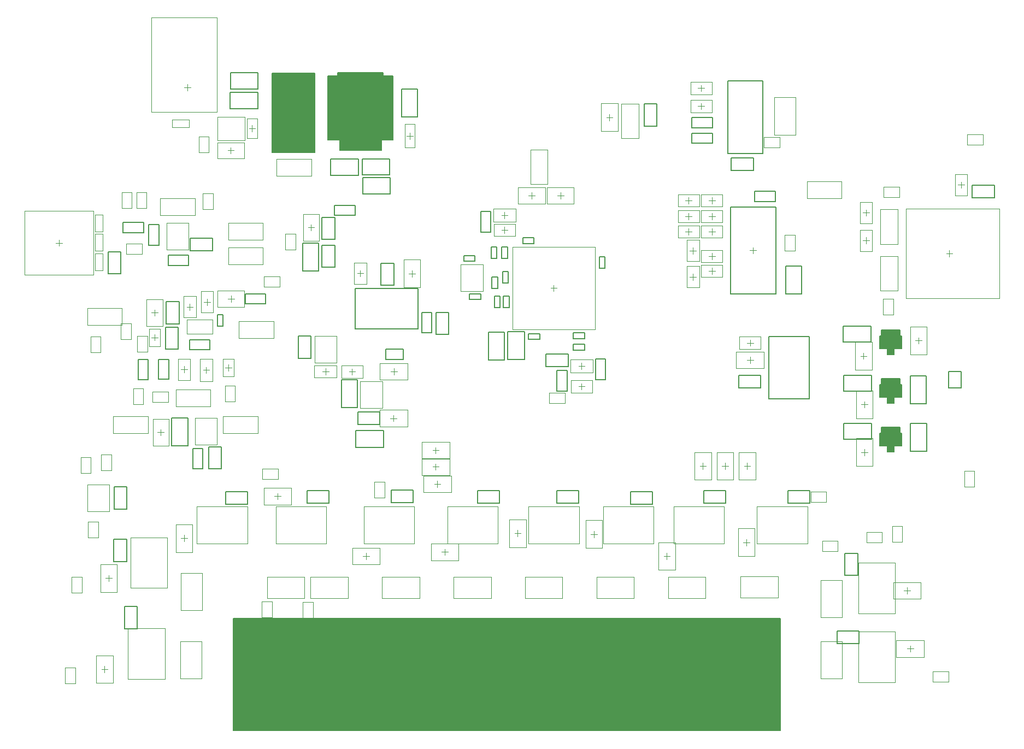
<source format=gbr>
%TF.GenerationSoftware,Altium Limited,Altium Designer,20.2.5 (213)*%
G04 Layer_Color=32768*
%FSLAX26Y26*%
%MOIN*%
%TF.SameCoordinates,271AC680-9A3E-4A00-A3D7-6C105C8C782D*%
%TF.FilePolarity,Positive*%
%TF.FileFunction,Other,Top_Courtyard*%
%TF.Part,Single*%
G01*
G75*
%TA.AperFunction,NonConductor*%
%ADD88C,0.007874*%
%ADD99C,0.003937*%
%ADD103C,0.006000*%
%ADD142C,0.001968*%
G36*
X5540159Y1454094D02*
X2205199D01*
Y769921D01*
X5540159D01*
Y1454094D01*
D02*
G37*
G36*
X2443307Y4782500D02*
X2703307D01*
Y4297500D01*
X2443307D01*
Y4782500D01*
D02*
G37*
G36*
X2783218Y4375125D02*
Y4765125D01*
X2842718D01*
Y4786125D01*
X3118718D01*
Y4765125D01*
X3178218D01*
Y4375125D01*
X3107218D01*
Y4311125D01*
X2854218D01*
Y4375125D01*
X2783218D01*
D02*
G37*
G36*
X6281707Y2584602D02*
Y2507602D01*
X6234707D01*
Y2471102D01*
X6194707D01*
Y2507602D01*
X6147707D01*
Y2584602D01*
X6157305D01*
Y2621102D01*
X6272108D01*
Y2584602D01*
X6281707D01*
D02*
G37*
G36*
Y2882102D02*
Y2805102D01*
X6234707D01*
Y2768602D01*
X6194707D01*
Y2805102D01*
X6147707D01*
Y2882102D01*
X6157305D01*
Y2918602D01*
X6272108D01*
Y2882102D01*
X6281707D01*
D02*
G37*
G36*
Y3179602D02*
Y3102602D01*
X6234707D01*
Y3066102D01*
X6194707D01*
Y3102602D01*
X6147707D01*
Y3179602D01*
X6157305D01*
Y3216102D01*
X6272108D01*
Y3179602D01*
X6281707D01*
D02*
G37*
D88*
X2627512Y3743824D02*
X2726260D01*
X2627512Y3576176D02*
Y3743824D01*
Y3576176D02*
X2726260D01*
Y3743824D01*
X3415512Y3197008D02*
Y3322992D01*
X3354488Y3197008D02*
X3415512D01*
X3354488D02*
Y3322992D01*
X3415512D01*
X3714892Y3400326D02*
Y3434674D01*
X3645108D02*
X3714892D01*
X3645108Y3400326D02*
Y3434674D01*
Y3400326D02*
X3714892D01*
X3970108Y3777174D02*
X4039892D01*
Y3742826D02*
Y3777174D01*
X3970108Y3742826D02*
X4039892D01*
X3970108D02*
Y3777174D01*
X5242948Y4263508D02*
X5377052D01*
Y4186492D02*
Y4263508D01*
X5242948Y4186492D02*
X5377052D01*
X5242948D02*
Y4263508D01*
X2994494Y4044750D02*
X3162140D01*
X2994494D02*
Y4143500D01*
X3162140D01*
Y4044750D02*
Y4143500D01*
X2991896Y4159750D02*
X3159542D01*
X2991896D02*
Y4258500D01*
X3159542D01*
Y4159750D02*
Y4258500D01*
X2797398Y4259444D02*
X2966934D01*
Y4158806D02*
Y4259444D01*
X2797398Y4158806D02*
X2966934D01*
X2797398D02*
Y4259444D01*
X2186176Y4565626D02*
X2353824D01*
X2186176D02*
Y4664374D01*
X2353824D01*
Y4565626D02*
Y4664374D01*
X2187644Y4685626D02*
X2355290D01*
X2187644D02*
Y4784374D01*
X2355290D01*
Y4685626D02*
Y4784374D01*
X1441492Y3557948D02*
Y3692052D01*
X1518508D01*
Y3557948D02*
Y3692052D01*
X1441492Y3557948D02*
X1518508D01*
X1807008Y3609488D02*
Y3670512D01*
Y3609488D02*
X1932992D01*
Y3670512D01*
X1807008D02*
X1932992D01*
X1541492Y1392476D02*
Y1526578D01*
X1618508D01*
Y1392476D02*
Y1526578D01*
X1541492Y1392476D02*
X1618508D01*
X5287948Y2861492D02*
Y2938508D01*
Y2861492D02*
X5422052D01*
Y2938508D01*
X5287948D02*
X5422052D01*
X5002008Y4449488D02*
Y4510512D01*
Y4449488D02*
X5127992D01*
Y4510512D01*
X5002008D02*
X5127992D01*
X5002008Y4354488D02*
Y4415512D01*
Y4354488D02*
X5127992D01*
Y4415512D01*
X5002008D02*
X5127992D01*
X4437826Y3659892D02*
X4472174D01*
X4437826Y3590108D02*
Y3659892D01*
Y3590108D02*
X4472174D01*
Y3659892D01*
X3797826Y3350108D02*
Y3419890D01*
X3832174D01*
Y3350108D02*
Y3419890D01*
X3797826Y3350108D02*
X3832174D01*
X5472952Y2794056D02*
Y3175946D01*
X5717048D01*
Y2794056D02*
Y3175946D01*
X5472952Y2794056D02*
X5717048D01*
X3441492Y3322052D02*
X3518508D01*
X3441492Y3187948D02*
Y3322052D01*
Y3187948D02*
X3518508D01*
Y3322052D01*
X6712948Y4021492D02*
X6847052D01*
X6712948D02*
Y4098508D01*
X6847052D01*
Y4021492D02*
Y4098508D01*
X3847826Y3500108D02*
Y3569892D01*
X3882174D01*
Y3500108D02*
Y3569892D01*
X3847826Y3500108D02*
X3882174D01*
X3610108Y3669674D02*
X3679892D01*
Y3635326D02*
Y3669674D01*
X3610108Y3635326D02*
X3679892D01*
X3610108D02*
Y3669674D01*
X3817174Y3467608D02*
Y3537392D01*
X3782826Y3467608D02*
X3817174D01*
X3782826D02*
Y3537392D01*
X3817174D01*
X3135440Y3034714D02*
X3240094D01*
X3135440D02*
Y3097706D01*
X3240094D01*
Y3034714D02*
Y3097706D01*
X2962142Y2742388D02*
Y2910034D01*
X2863392Y2742388D02*
X2962142D01*
X2863392D02*
Y2910034D01*
X2962142D01*
X2952490Y2499682D02*
Y2600318D01*
Y2499682D02*
X3122024D01*
Y2600318D01*
X2952490D02*
X3122024D01*
X2965716Y2714718D02*
X3099818D01*
Y2637702D02*
Y2714718D01*
X2965716Y2637702D02*
X3099818D01*
X2965716D02*
Y2714718D01*
X3879682Y3203320D02*
X3980318D01*
X3879682Y3033784D02*
Y3203320D01*
Y3033784D02*
X3980318D01*
Y3203320D01*
X3761532Y3030232D02*
Y3199768D01*
X3858468D01*
Y3030232D02*
Y3199768D01*
X3761532Y3030232D02*
X3858468D01*
X2678508Y3042948D02*
Y3177052D01*
X2601492Y3042948D02*
X2678508D01*
X2601492D02*
Y3177052D01*
X2678508D01*
X1868508Y3097948D02*
Y3232052D01*
X1791492Y3097948D02*
X1868508D01*
X1791492D02*
Y3232052D01*
X1868508D01*
X5888540Y1301492D02*
X6022642D01*
X5888540D02*
Y1378508D01*
X6022642D01*
Y1301492D02*
Y1378508D01*
X2949056Y3222952D02*
Y3467048D01*
Y3222952D02*
X3330944D01*
Y3467048D01*
X2949056D02*
X3330944D01*
X3852826Y3352910D02*
Y3422692D01*
X3887174D01*
Y3352910D02*
Y3422692D01*
X3852826Y3352910D02*
X3887174D01*
X4112948Y2991492D02*
X4247052D01*
X4112948D02*
Y3068508D01*
X4247052D01*
Y2991492D02*
Y3068508D01*
X4347090Y3092826D02*
Y3127174D01*
X4277306D02*
X4347090D01*
X4277306Y3092826D02*
Y3127174D01*
Y3092826D02*
X4347090D01*
Y3162826D02*
Y3197174D01*
X4277306D02*
X4347090D01*
X4277306Y3162826D02*
Y3197174D01*
Y3162826D02*
X4347090D01*
X4179488Y2840670D02*
Y2966654D01*
X4240512D01*
Y2840670D02*
Y2966654D01*
X4179488Y2840670D02*
X4240512D01*
X4414488Y2910670D02*
Y3036654D01*
X4475512D01*
Y2910670D02*
Y3036654D01*
X4414488Y2910670D02*
X4475512D01*
X1827682Y2678320D02*
X1928318D01*
X1827682Y2508784D02*
Y2678320D01*
Y2508784D02*
X1928318D01*
Y2678320D01*
X2054492Y2367476D02*
Y2501578D01*
X2131508D01*
Y2367476D02*
Y2501578D01*
X2054492Y2367476D02*
X2131508D01*
X2018512Y2367008D02*
Y2492992D01*
X1957488Y2367008D02*
X2018512D01*
X1957488D02*
Y2492992D01*
X2018512D01*
X2277008Y3374488D02*
Y3435512D01*
Y3374488D02*
X2402992D01*
Y3435512D01*
X2277008D02*
X2402992D01*
X1796492Y3252948D02*
Y3387052D01*
X1873508D01*
Y3252948D02*
Y3387052D01*
X1796492Y3252948D02*
X1873508D01*
X2107826Y3237308D02*
Y3307090D01*
X2142174D01*
Y3237308D02*
Y3307090D01*
X2107826Y3237308D02*
X2142174D01*
X1624488Y3035944D02*
X1685512D01*
X1624488Y2909960D02*
Y3035944D01*
Y2909960D02*
X1685512D01*
Y3035944D01*
X1747520D02*
X1812480D01*
X1747520Y2913898D02*
Y3035944D01*
Y2913898D02*
X1812480D01*
Y3035944D01*
X2062992Y3094488D02*
Y3155512D01*
X1937008D02*
X2062992D01*
X1937008Y3094488D02*
Y3155512D01*
Y3094488D02*
X2062992D01*
X3714488Y3812008D02*
Y3937992D01*
X3775512D01*
Y3812008D02*
Y3937992D01*
X3714488Y3812008D02*
X3775512D01*
X1556508Y2122948D02*
Y2257052D01*
X1479492Y2122948D02*
X1556508D01*
X1479492D02*
Y2257052D01*
X1556508D01*
X2291578Y2151492D02*
Y2228508D01*
X2157476D02*
X2291578D01*
X2157476Y2151492D02*
Y2228508D01*
Y2151492D02*
X2291578D01*
X1476492Y1937052D02*
X1553508D01*
X1476492Y1802948D02*
Y1937052D01*
Y1802948D02*
X1553508D01*
Y1937052D01*
X5936492Y1717948D02*
X6013508D01*
Y1852052D01*
X5936492D02*
X6013508D01*
X5936492Y1717948D02*
Y1852052D01*
X5722052Y2156492D02*
Y2233508D01*
X5587948D02*
X5722052D01*
X5587948Y2156492D02*
Y2233508D01*
Y2156492D02*
X5722052D01*
X2789372D02*
Y2233508D01*
X2655270D02*
X2789372D01*
X2655270Y2156492D02*
Y2233508D01*
Y2156492D02*
X2789372D01*
X3302052Y2161492D02*
Y2238508D01*
X3167948D02*
X3302052D01*
X3167948Y2161492D02*
Y2238508D01*
Y2161492D02*
X3302052D01*
X4312052Y2156492D02*
Y2233508D01*
X4177948D02*
X4312052D01*
X4177948Y2156492D02*
Y2233508D01*
Y2156492D02*
X4312052D01*
X3827638D02*
Y2233508D01*
X3693536D02*
X3827638D01*
X3693536Y2156492D02*
Y2233508D01*
Y2156492D02*
X3827638D01*
X4762052Y2151492D02*
Y2228508D01*
X4627948D02*
X4762052D01*
X4627948Y2151492D02*
Y2228508D01*
Y2151492D02*
X4762052D01*
X5207524Y2156492D02*
Y2233508D01*
X5073422D02*
X5207524D01*
X5073422Y2156492D02*
Y2233508D01*
Y2156492D02*
X5207524D01*
X5436108Y4292844D02*
Y4734184D01*
X5222328Y4292844D02*
X5436108D01*
X5222328D02*
Y4734184D01*
X5436108D01*
X2746492Y3732052D02*
X2823508D01*
X2746492Y3597948D02*
Y3732052D01*
Y3597948D02*
X2823508D01*
Y3732052D01*
X2746492Y3767948D02*
X2823508D01*
Y3902052D01*
X2746492D02*
X2823508D01*
X2746492Y3767948D02*
Y3902052D01*
X5511654Y3999488D02*
Y4060512D01*
X5385670D02*
X5511654D01*
X5385670Y3999488D02*
Y4060512D01*
Y3999488D02*
X5511654D01*
X5237874Y3436220D02*
Y3963780D01*
X5513464D01*
Y3436220D02*
Y3963780D01*
X5237874Y3436220D02*
X5513464D01*
X5575990D02*
Y3605756D01*
X5672926D01*
Y3436220D02*
Y3605756D01*
X5575990Y3436220D02*
X5672926D01*
X2822008Y3975512D02*
X2947992D01*
Y3914488D02*
Y3975512D01*
X2822008Y3914488D02*
X2947992D01*
X2822008D02*
Y3975512D01*
X2077052Y3696492D02*
Y3773508D01*
X1942948D02*
X2077052D01*
X1942948Y3696492D02*
Y3773508D01*
Y3696492D02*
X2077052D01*
X4711492Y4459476D02*
X4788508D01*
Y4593578D01*
X4711492D02*
X4788508D01*
X4711492Y4459476D02*
Y4593578D01*
X3106492Y3487948D02*
X3183508D01*
Y3622052D01*
X3106492D02*
X3183508D01*
X3106492Y3487948D02*
Y3622052D01*
X6644686Y2860316D02*
Y2962678D01*
X6569882Y2860316D02*
X6644686D01*
X6569882D02*
Y2962678D01*
X6644686D01*
X5924938Y3239570D02*
X6094474D01*
Y3142636D02*
Y3239570D01*
X5924938Y3142636D02*
X6094474D01*
X5924938D02*
Y3239570D01*
X5929938Y2939570D02*
X6099474D01*
Y2842636D02*
Y2939570D01*
X5929938Y2842636D02*
X6099474D01*
X5929938D02*
Y2939570D01*
Y2644570D02*
X6099474D01*
Y2547636D02*
Y2644570D01*
X5929938Y2547636D02*
X6099474D01*
X5929938D02*
Y2644570D01*
X6336240Y2764752D02*
Y2934286D01*
X6433174D01*
Y2764752D02*
Y2934286D01*
X6336240Y2764752D02*
X6433174D01*
X6336532Y2475232D02*
Y2644768D01*
X6433468D01*
Y2475232D02*
Y2644768D01*
X6336532Y2475232D02*
X6433468D01*
X1532008Y3809488D02*
X1657992D01*
X1532008D02*
Y3870512D01*
X1657992D01*
Y3809488D02*
Y3870512D01*
X1689488Y3732008D02*
Y3857992D01*
X1750512D01*
Y3732008D02*
Y3857992D01*
X1689488Y3732008D02*
X1750512D01*
X3231532Y4515232D02*
X3328468D01*
Y4684768D01*
X3231532D02*
X3328468D01*
X3231532Y4515232D02*
Y4684768D01*
X4005108Y3157826D02*
X4074892D01*
X4005108D02*
Y3192174D01*
X4074892D01*
Y3157826D02*
Y3192174D01*
X3777826Y3650108D02*
Y3719892D01*
X3812174D01*
Y3650108D02*
Y3719892D01*
X3777826Y3650108D02*
X3812174D01*
X3842826D02*
Y3719892D01*
X3877174D01*
Y3650108D02*
Y3719892D01*
X3842826Y3650108D02*
X3877174D01*
D99*
X2475000Y2180314D02*
Y2219686D01*
X2455316Y2200000D02*
X2494686D01*
X6030316Y3056102D02*
X6069686D01*
X6050000Y3036418D02*
Y3075788D01*
X3860000Y3895316D02*
Y3934686D01*
X3840316Y3915000D02*
X3879686D01*
X3840316Y3825000D02*
X3879686D01*
X3860000Y3805316D02*
Y3844686D01*
X5104340Y3573958D02*
X5143710D01*
X5124024Y3554272D02*
Y3593642D01*
Y3644272D02*
Y3683642D01*
X5104340Y3663958D02*
X5143710D01*
X5009458Y3519272D02*
Y3558642D01*
X4989772Y3538958D02*
X5029142D01*
X5039882Y4690000D02*
X5079252D01*
X5059568Y4670316D02*
Y4709686D01*
X4830314Y1835000D02*
X4869686D01*
X4850000Y1815314D02*
Y1854686D01*
X6045316Y3760434D02*
X6084686D01*
X6065000Y3740748D02*
Y3780118D01*
X1905316Y4695000D02*
X1944686D01*
X1925000Y4675316D02*
Y4714686D01*
X2300316Y4445000D02*
X2339686D01*
X2320000Y4425316D02*
Y4464686D01*
X2170314Y4310000D02*
X2209686D01*
X2190000Y4290316D02*
Y4329686D01*
X1400316Y1145000D02*
X1439686D01*
X1420000Y1125316D02*
Y1164686D01*
X5789292Y1315670D02*
X5919212D01*
X5789292Y1087322D02*
Y1315670D01*
Y1087322D02*
X5919212D01*
Y1315670D01*
X6315000Y1605314D02*
Y1644686D01*
X6295316Y1625000D02*
X6334686D01*
X6035316Y2760000D02*
X6074686D01*
X6055000Y2740316D02*
Y2779686D01*
X6035316Y2468582D02*
X6074686D01*
X6055000Y2448898D02*
Y2488268D01*
X5338268Y3136230D02*
X5377638D01*
X5357952Y3116546D02*
Y3155916D01*
X5338266Y3031230D02*
X5377638D01*
X5357952Y3011546D02*
Y3050916D01*
X5104340Y4003958D02*
X5143710D01*
X5124024Y3984272D02*
Y4023642D01*
X5104340Y3908958D02*
X5143710D01*
X5124024Y3889272D02*
Y3928642D01*
X5104340Y3813958D02*
X5143710D01*
X5124024Y3794272D02*
Y3833642D01*
X5009458Y3679272D02*
Y3718642D01*
X4989772Y3698958D02*
X5029142D01*
X4962214Y3813958D02*
X5001584D01*
X4981898Y3794272D02*
Y3833642D01*
X4962214Y3908958D02*
X5001584D01*
X4981898Y3889272D02*
Y3928642D01*
X5039882Y4580000D02*
X5079252D01*
X5059568Y4560316D02*
Y4599686D01*
X3548702Y1578880D02*
Y1708802D01*
Y1578880D02*
X3777050D01*
Y1708802D01*
X3548702D02*
X3777050D01*
X2930000Y2940316D02*
Y2979686D01*
X2910314Y2960000D02*
X2949686D01*
X2748082Y2961210D02*
X2787452D01*
X2767768Y2941526D02*
Y2980896D01*
X3184184Y2941526D02*
Y2980896D01*
X3164500Y2961210D02*
X3203870D01*
X3182768Y2656526D02*
Y2695896D01*
X3163082Y2676210D02*
X3202452D01*
X1425316Y1700000D02*
X1464686D01*
X1445000Y1680316D02*
Y1719686D01*
X3495000Y1840314D02*
Y1879686D01*
X3475316Y1860000D02*
X3514686D01*
X3015000Y1815316D02*
Y1854686D01*
X2995314Y1835000D02*
X3034686D01*
X6334646Y1250314D02*
Y1289686D01*
X6314960Y1270000D02*
X6354330D01*
X4330000Y2850316D02*
Y2889686D01*
X4310314Y2870000D02*
X4349686D01*
X4310314Y2995000D02*
X4349686D01*
X4330000Y2975316D02*
Y3014686D01*
X1763000Y2570314D02*
Y2609686D01*
X1743316Y2590000D02*
X1782686D01*
X1940000Y3335748D02*
Y3375118D01*
X1920316Y3355434D02*
X1959686D01*
X1705316Y3320000D02*
X1744686D01*
X1725000Y3300316D02*
Y3339686D01*
X2190630Y3385316D02*
Y3424686D01*
X2170944Y3405000D02*
X2210314D01*
X2045000Y3365314D02*
Y3404686D01*
X2025316Y3385000D02*
X2064686D01*
X2175000Y2966062D02*
Y3005434D01*
X2155316Y2985748D02*
X2194686D01*
X2020316Y2970000D02*
X2059686D01*
X2040000Y2950314D02*
Y2989686D01*
X1905000Y2954252D02*
Y2993622D01*
X1885316Y2973936D02*
X1924686D01*
X1725000Y3149804D02*
Y3189174D01*
X1705316Y3169488D02*
X1744686D01*
X1905000Y1923898D02*
Y1963268D01*
X1885314Y1943582D02*
X1924686D01*
X5335000Y1898898D02*
Y1938268D01*
X5315314Y1918582D02*
X5354686D01*
X3420314Y2480000D02*
X3459686D01*
X3440000Y2460316D02*
Y2499686D01*
X3420314Y2380000D02*
X3459686D01*
X3440000Y2360316D02*
Y2399686D01*
X3430314Y2275000D02*
X3469686D01*
X3450000Y2255316D02*
Y2294686D01*
X3940000Y1953898D02*
Y1993268D01*
X3920314Y1973582D02*
X3959686D01*
X5340000Y2364960D02*
Y2404330D01*
X5320314Y2384646D02*
X5359686D01*
X5205000Y2364960D02*
Y2404330D01*
X5185314Y2384646D02*
X5224686D01*
X5070000Y2364960D02*
Y2404330D01*
X5050314Y2384646D02*
X5089686D01*
X4405000Y1948898D02*
Y1988268D01*
X4385314Y1968582D02*
X4424686D01*
X4857010Y1708802D02*
X5085356D01*
Y1578880D02*
Y1708802D01*
X4857010Y1578880D02*
X5085356D01*
X4857010D02*
Y1708802D01*
X4420908D02*
X4649254D01*
Y1578880D02*
Y1708802D01*
X4420908Y1578880D02*
X4649254D01*
X4420908D02*
Y1708802D01*
X3984806D02*
X4213152D01*
Y1578880D02*
Y1708802D01*
X3984806Y1578880D02*
X4213152D01*
X3984806D02*
Y1708802D01*
X3112600D02*
X3340948D01*
Y1578880D02*
Y1708802D01*
X3112600Y1578880D02*
X3340948D01*
X3112600D02*
Y1708802D01*
X2676498D02*
X2904844D01*
Y1578880D02*
Y1708802D01*
X2676498Y1578880D02*
X2904844D01*
X2676498D02*
Y1708802D01*
X5299330Y1580788D02*
Y1710708D01*
Y1580788D02*
X5527678D01*
Y1710708D01*
X5299330D02*
X5527678D01*
X5919212Y1460826D02*
Y1689174D01*
X5789292Y1460826D02*
X5919212D01*
X5789292D02*
Y1689174D01*
X5919212D01*
X1880788Y1087322D02*
Y1315670D01*
X2010708D01*
Y1087322D02*
Y1315670D01*
X1880788Y1087322D02*
X2010708D01*
X1884292Y1503818D02*
Y1732166D01*
X2014212D01*
Y1503818D02*
Y1732166D01*
X1884292Y1503818D02*
X2014212D01*
X2410826Y1579292D02*
X2639174D01*
X2410826D02*
Y1709212D01*
X2639174D01*
Y1579292D02*
Y1709212D01*
X2680000Y3820314D02*
Y3859686D01*
X2660316Y3840000D02*
X2699686D01*
X6553464Y3681142D02*
X6592834D01*
X6573150Y3661456D02*
Y3700826D01*
X5375670Y3680316D02*
Y3719686D01*
X5355984Y3700000D02*
X5395354D01*
X4981898Y3984272D02*
Y4023642D01*
X4962214Y4003958D02*
X5001584D01*
X5504292Y4405826D02*
Y4634174D01*
X5634212D01*
Y4405826D02*
Y4634174D01*
X5504292Y4405826D02*
X5634212D01*
X4005944Y4035000D02*
X4045314D01*
X4025630Y4015316D02*
Y4054686D01*
X4180944Y4035000D02*
X4220316D01*
X4200630Y4015316D02*
Y4054686D01*
X3295000Y3538898D02*
Y3578268D01*
X3275316Y3558582D02*
X3314686D01*
X4500000Y4492200D02*
Y4531570D01*
X4480314Y4511886D02*
X4519686D01*
X6365316Y3150000D02*
X6404686D01*
X6385000Y3130316D02*
Y3169686D01*
X1142048Y3726574D02*
Y3765944D01*
X1122362Y3746260D02*
X1161732D01*
X6625316Y4100000D02*
X6664686D01*
X6645000Y4080314D02*
Y4119684D01*
X4160000Y3450316D02*
Y3489686D01*
X4140314Y3470000D02*
X4179686D01*
X6065000Y3910314D02*
Y3949686D01*
X6045316Y3930000D02*
X6084686D01*
X2980000Y3540314D02*
Y3579686D01*
X2960316Y3560000D02*
X2999686D01*
X3261034Y4399124D02*
X3300404D01*
X3280718Y4379440D02*
Y4418810D01*
D103*
X2205200Y769922D02*
Y1454094D01*
Y769922D02*
X5540160D01*
Y1454094D01*
X2205200D02*
X5540160D01*
X6281706Y3102602D02*
Y3179602D01*
X6234706Y3102602D02*
X6281706D01*
X6234706Y3066102D02*
Y3102602D01*
X6194706Y3066102D02*
X6234706D01*
X6194706D02*
Y3102602D01*
X6147706D02*
X6194706D01*
X6147706D02*
Y3179602D01*
X6157306D01*
X6272108D02*
X6281706D01*
X6157306D02*
Y3216102D01*
X6272108Y3179602D02*
Y3216102D01*
X6157306D02*
X6272108D01*
X6281706Y2507602D02*
Y2584602D01*
X6234706Y2507602D02*
X6281706D01*
X6234706Y2471102D02*
Y2507602D01*
X6194706Y2471102D02*
X6234706D01*
X6194706D02*
Y2507602D01*
X6147706D02*
X6194706D01*
X6147706D02*
Y2584602D01*
X6157306D01*
X6272108D02*
X6281706D01*
X6157306D02*
Y2621102D01*
X6272108Y2584602D02*
Y2621102D01*
X6157306D02*
X6272108D01*
X6281706Y2805102D02*
Y2882102D01*
X6234706Y2805102D02*
X6281706D01*
X6234706Y2768602D02*
Y2805102D01*
X6194706Y2768602D02*
X6234706D01*
X6194706D02*
Y2805102D01*
X6147706D02*
X6194706D01*
X6147706D02*
Y2882102D01*
X6157306D01*
X6272108D02*
X6281706D01*
X6157306D02*
Y2918602D01*
X6272108Y2882102D02*
Y2918602D01*
X6157306D02*
X6272108D01*
X2783218Y4375124D02*
Y4765124D01*
X2842718D01*
Y4786124D01*
X3118718D01*
Y4765124D02*
Y4786124D01*
Y4765124D02*
X3178218D01*
Y4375124D02*
Y4765124D01*
X3107218Y4375124D02*
X3178218D01*
X3107218Y4311124D02*
Y4375124D01*
X2854218Y4311124D02*
X3107218D01*
X2854218D02*
Y4375124D01*
X2783218D02*
X2854218D01*
X2703308Y4297500D02*
Y4782500D01*
X2443308Y4297500D02*
X2703308D01*
X2443308D02*
Y4782500D01*
X2703308D01*
D142*
X2390354Y2148818D02*
X2559646D01*
X2390354Y2251182D02*
X2559646D01*
Y2148818D02*
Y2251182D01*
X2390354Y2148818D02*
Y2251182D01*
X6101182Y2971456D02*
Y3140748D01*
X5998818Y2971456D02*
Y3140748D01*
X6101182D01*
X5998818Y2971456D02*
X6101182D01*
X4228228Y2768504D02*
Y2831496D01*
X4131772D02*
X4228228D01*
X4131772Y2768504D02*
Y2831496D01*
Y2768504D02*
X4228228D01*
X1518504Y3156772D02*
X1581496D01*
Y3253228D01*
X1518504D02*
X1581496D01*
X1518504Y3156772D02*
Y3253228D01*
X2174174Y3716850D02*
X2385826D01*
Y3613150D02*
Y3716850D01*
X2174174Y3613150D02*
X2385826D01*
X2174174D02*
Y3716850D01*
X3793070Y3875630D02*
X3926930D01*
X3793070Y3954370D02*
X3926930D01*
Y3875630D02*
Y3954370D01*
X3793070Y3875630D02*
Y3954370D01*
X3924960Y3787598D02*
Y3862402D01*
X3795040Y3787598D02*
Y3862402D01*
Y3787598D02*
X3924960D01*
X3795040Y3862402D02*
X3924960D01*
X5188986Y3536556D02*
Y3611360D01*
X5059064Y3536556D02*
Y3611360D01*
Y3536556D02*
X5188986D01*
X5059064Y3611360D02*
X5188986D01*
X5059064Y3701360D02*
X5188986D01*
X5059064Y3626556D02*
X5188986D01*
X5059064D02*
Y3701360D01*
X5188986Y3626556D02*
Y3701360D01*
X4972056Y3603918D02*
X5046860D01*
X4972056Y3473996D02*
X5046860D01*
Y3603918D01*
X4972056Y3473996D02*
Y3603918D01*
X5538885Y4327297D02*
Y4390289D01*
X5442428D02*
X5538885D01*
X5442428Y4327297D02*
Y4390289D01*
Y4327297D02*
X5538885D01*
X6153150Y3950826D02*
X6256850D01*
X6153150Y3739174D02*
Y3950826D01*
Y3739174D02*
X6256850D01*
Y3950826D01*
X5124528Y4652598D02*
Y4727402D01*
X4994606Y4652598D02*
Y4727402D01*
Y4652598D02*
X5124528D01*
X4994606Y4727402D02*
X5124528D01*
X4798818Y1750354D02*
Y1919646D01*
X4901182Y1750354D02*
Y1919646D01*
X4798818Y1750354D02*
X4901182D01*
X4798818Y1919646D02*
X4901182D01*
X4006260Y2137736D02*
X4313740D01*
X4006260Y1912264D02*
X4313740D01*
X4006260D02*
Y2137736D01*
X4313740Y1912264D02*
Y2137736D01*
X6027598Y3695472D02*
Y3825394D01*
X6102402Y3695472D02*
Y3825394D01*
X6027598Y3695472D02*
X6102402D01*
X6027598Y3825394D02*
X6102402D01*
X1933958Y4452362D02*
Y4497638D01*
X1831594D02*
X1933958D01*
X1831594Y4452362D02*
Y4497638D01*
Y4452362D02*
X1933958D01*
X1706496Y5120196D02*
X2106102D01*
Y4543426D02*
Y5120196D01*
X1706496Y4543426D02*
Y5120196D01*
Y4543426D02*
X2106102D01*
X2289488Y4384764D02*
X2350512D01*
X2289488D02*
Y4505236D01*
X2350512D01*
Y4384764D02*
Y4505236D01*
X2107322Y4260788D02*
Y4359212D01*
X2272678Y4260788D02*
Y4359212D01*
X2107322D02*
X2272678D01*
X2107322Y4260788D02*
X2272678D01*
X1551772Y3678504D02*
X1648228D01*
X1551772D02*
Y3741496D01*
X1648228D01*
Y3678504D02*
Y3741496D01*
X1362362Y3681182D02*
X1407638D01*
X1362362Y3578818D02*
Y3681182D01*
Y3578818D02*
X1407638D01*
Y3681182D01*
X1362362Y3697440D02*
X1407638D01*
Y3799804D01*
X1362362D02*
X1407638D01*
X1362362Y3697440D02*
Y3799804D01*
X1523504Y3956772D02*
Y4053228D01*
X1586496D01*
Y3956772D02*
Y4053228D01*
X1523504Y3956772D02*
X1586496D01*
X1613504D02*
Y4053228D01*
X1676496D01*
Y3956772D02*
Y4053228D01*
X1613504Y3956772D02*
X1676496D01*
X2018505Y3951771D02*
Y4048227D01*
X2081497D01*
Y3951771D02*
Y4048227D01*
X2018505Y3951771D02*
X2081497D01*
X1759174Y4016850D02*
X1970826D01*
Y3913150D02*
Y4016850D01*
X1759174Y3913150D02*
X1970826D01*
X1759174D02*
Y4016850D01*
X1931930Y3703308D02*
Y3866692D01*
X1798070Y3703308D02*
X1931930D01*
X1798070D02*
Y3866692D01*
X1931930D01*
X2391772Y3478504D02*
X2488228D01*
X2391772D02*
Y3541496D01*
X2488228D01*
Y3478504D02*
Y3541496D01*
X1333504Y3076772D02*
Y3173228D01*
X1396496D01*
Y3076772D02*
Y3173228D01*
X1333504Y3076772D02*
X1396496D01*
X1314174Y3243150D02*
Y3346850D01*
Y3243150D02*
X1525826D01*
Y3346850D01*
X1314174D02*
X1525826D01*
X1593504Y2761772D02*
Y2858228D01*
X1656496D01*
Y2761772D02*
Y2858228D01*
X1593504Y2761772D02*
X1656496D01*
X1618504Y3081772D02*
Y3178228D01*
X1681496D01*
Y3081772D02*
Y3178228D01*
X1618504Y3081772D02*
X1681496D01*
X1398504Y2356772D02*
Y2453228D01*
X1461496D01*
Y2356772D02*
Y2453228D01*
X1398504Y2356772D02*
X1461496D01*
X1273504Y2341772D02*
Y2438228D01*
X1336496D01*
Y2341772D02*
Y2438228D01*
X1273504Y2341772D02*
X1336496D01*
X1562264Y1393740D02*
X1787736D01*
X1562264Y1086260D02*
X1787736D01*
Y1393740D01*
X1562264Y1086260D02*
Y1393740D01*
X1471182Y1060354D02*
Y1229646D01*
X1368818Y1060354D02*
Y1229646D01*
X1471182D01*
X1368818Y1060354D02*
X1471182D01*
X5726772Y2163504D02*
X5823228D01*
X5726772D02*
Y2226496D01*
X5823228D01*
Y2163504D02*
Y2226496D01*
X6066772Y1918504D02*
X6163228D01*
X6066772D02*
Y1981496D01*
X6163228D01*
Y1918504D02*
Y1981496D01*
X6223504Y1921772D02*
Y2018228D01*
X6286496D01*
Y1921772D02*
Y2018228D01*
X6223504Y1921772D02*
X6286496D01*
X6471772Y1068504D02*
X6568228D01*
X6471772D02*
Y1131496D01*
X6568228D01*
Y1068504D02*
Y1131496D01*
X6230354Y1573818D02*
X6399646D01*
X6230354Y1676182D02*
X6399646D01*
Y1573818D02*
Y1676182D01*
X6230354Y1573818D02*
Y1676182D01*
X6106182Y2675354D02*
Y2844646D01*
X6003818Y2675354D02*
Y2844646D01*
X6106182D01*
X6003818Y2675354D02*
X6106182D01*
Y2383938D02*
Y2553228D01*
X6003818Y2383938D02*
Y2553228D01*
X6106182D01*
X6003818Y2383938D02*
X6106182D01*
X5422912Y3098828D02*
Y3173632D01*
X5292992Y3098828D02*
Y3173632D01*
Y3098828D02*
X5422912D01*
X5292992Y3173632D02*
X5422912D01*
X5442598Y2980050D02*
Y3082412D01*
X5273306Y2980050D02*
Y3082412D01*
Y2980050D02*
X5442598D01*
X5273306Y3082412D02*
X5442598D01*
X5188986Y3966556D02*
Y4041360D01*
X5059064Y3966556D02*
Y4041360D01*
Y3966556D02*
X5188986D01*
X5059064Y4041360D02*
X5188986D01*
Y3871556D02*
Y3946360D01*
X5059064Y3871556D02*
Y3946360D01*
Y3871556D02*
X5188986D01*
X5059064Y3946360D02*
X5188986D01*
Y3776556D02*
Y3851360D01*
X5059064Y3776556D02*
Y3851360D01*
Y3776556D02*
X5188986D01*
X5059064Y3851360D02*
X5188986D01*
X4972056Y3633996D02*
X5046860D01*
X4972056Y3763918D02*
X5046860D01*
X4972056Y3633996D02*
Y3763918D01*
X5046860Y3633996D02*
Y3763918D01*
Y3776556D02*
Y3851360D01*
X4916938Y3776556D02*
Y3851360D01*
Y3776556D02*
X5046860D01*
X4916938Y3851360D02*
X5046860D01*
X4916938Y3871556D02*
Y3946360D01*
X5046860Y3871556D02*
Y3946360D01*
X4916938D02*
X5046860D01*
X4916938Y3871556D02*
X5046860D01*
X5124528Y4542598D02*
Y4617402D01*
X4994606Y4542598D02*
Y4617402D01*
Y4542598D02*
X5124528D01*
X4994606Y4617402D02*
X5124528D01*
X6663504Y2256772D02*
Y2353228D01*
X6726496D01*
Y2256772D02*
Y2353228D01*
X6663504Y2256772D02*
X6726496D01*
X2441496Y1461772D02*
Y1558228D01*
X2378504Y1461772D02*
X2441496D01*
X2378504D02*
Y1558228D01*
X2441496D01*
X1711772Y2773504D02*
X1808228D01*
X1711772D02*
Y2836496D01*
X1808228D01*
Y2773504D02*
Y2836496D01*
X2153505Y2776771D02*
Y2873227D01*
X2216497D01*
Y2776771D02*
Y2873227D01*
X2153505Y2776771D02*
X2216497D01*
X1318505Y1946771D02*
Y2043227D01*
X1381497D01*
Y1946771D02*
Y2043227D01*
X1318505Y1946771D02*
X1381497D01*
X1218505Y1611771D02*
Y1708227D01*
X1281497D01*
Y1611771D02*
Y1708227D01*
X1218505Y1611771D02*
X1281497D01*
X1178504Y1056772D02*
Y1153228D01*
X1241496D01*
Y1056772D02*
Y1153228D01*
X1178504Y1056772D02*
X1241496D01*
X3064669Y2191117D02*
Y2287573D01*
X3127661D01*
Y2191117D02*
Y2287573D01*
X3064669Y2191117D02*
X3127661D01*
X2381772Y2303504D02*
X2478228D01*
X2381772D02*
Y2366496D01*
X2478228D01*
Y2303504D02*
Y2366496D01*
X5796772Y1863504D02*
X5893228D01*
X5796772D02*
Y1926496D01*
X5893228D01*
Y1863504D02*
Y1926496D01*
X2522209Y3703306D02*
Y3799763D01*
X2585202D01*
Y3703306D02*
Y3799763D01*
X2522209Y3703306D02*
X2585202D01*
X6681772Y4343504D02*
X6778228D01*
X6681772D02*
Y4406496D01*
X6778228D01*
Y4343504D02*
Y4406496D01*
X2628505Y1456771D02*
Y1553227D01*
X2691497D01*
Y1456771D02*
Y1553227D01*
X2628505Y1456771D02*
X2691497D01*
X6171772Y4023504D02*
X6268228D01*
X6171772D02*
Y4086496D01*
X6268228D01*
Y4023504D02*
Y4086496D01*
X6168372Y3308151D02*
Y3404608D01*
X6231364D01*
Y3308151D02*
Y3404608D01*
X6168372Y3308151D02*
X6231364D01*
X5568504Y3696772D02*
Y3793228D01*
X5631496D01*
Y3696772D02*
Y3793228D01*
X5568504Y3696772D02*
X5631496D01*
X1993504Y4296772D02*
Y4393228D01*
X2056496D01*
Y4296772D02*
Y4393228D01*
X1993504Y4296772D02*
X2056496D01*
X4018150Y4104174D02*
X4121850D01*
Y4315826D01*
X4018150D02*
X4121850D01*
X4018150Y4104174D02*
Y4315826D01*
X3593070Y3451792D02*
Y3613208D01*
Y3451792D02*
X3726930D01*
Y3613208D01*
X3593070D02*
X3726930D01*
X2978870Y2739518D02*
X3116664D01*
Y2902904D01*
X2978870D02*
X3116664D01*
X2978870Y2739518D02*
Y2902904D01*
X2865040Y2922598D02*
X2994960D01*
X2865040Y2997402D02*
X2994960D01*
Y2922598D02*
Y2997402D01*
X2865040Y2922598D02*
Y2997402D01*
X2698870Y2923810D02*
Y2998612D01*
X2836666Y2923810D02*
Y2998612D01*
X2698870D02*
X2836666D01*
X2698870Y2923810D02*
X2836666D01*
X2700838Y3014518D02*
X2834696D01*
Y3177904D01*
X2700838D02*
X2834696D01*
X2700838Y3014518D02*
Y3177904D01*
X3099540Y2910030D02*
X3268830D01*
X3099540Y3012392D02*
X3268830D01*
Y2910030D02*
Y3012392D01*
X3099540Y2910030D02*
Y3012392D01*
X3098122Y2727392D02*
X3267412D01*
X3098122Y2625030D02*
X3267412D01*
X3098122D02*
Y2727392D01*
X3267412Y2625030D02*
Y2727392D01*
X1496182Y1615354D02*
Y1784646D01*
X1393818Y1615354D02*
Y1784646D01*
X1496182D01*
X1393818Y1615354D02*
X1496182D01*
X2290748Y1912264D02*
Y2137736D01*
X1983268Y1912264D02*
Y2137736D01*
Y1912264D02*
X2290748D01*
X1983268Y2137736D02*
X2290748D01*
X3001260D02*
X3308740D01*
X3001260Y1912264D02*
X3308740D01*
X3001260D02*
Y2137736D01*
X3308740Y1912264D02*
Y2137736D01*
X2771534Y1912264D02*
Y2137736D01*
X2464052Y1912264D02*
Y2137736D01*
Y1912264D02*
X2771534D01*
X2464052Y2137736D02*
X2771534D01*
X3410354Y1808818D02*
X3579646D01*
X3410354Y1911182D02*
X3579646D01*
Y1808818D02*
Y1911182D01*
X3410354Y1808818D02*
Y1911182D01*
X2930354Y1886182D02*
X3099646D01*
X2930354Y1783818D02*
X3099646D01*
X2930354D02*
Y1886182D01*
X3099646Y1783818D02*
Y1886182D01*
X5706732Y1912264D02*
Y2137736D01*
X5399252Y1912264D02*
Y2137736D01*
Y1912264D02*
X5706732D01*
X5399252Y2137736D02*
X5706732D01*
X6017264Y1793740D02*
X6242736D01*
X6017264Y1486260D02*
X6242736D01*
Y1793740D01*
X6017264Y1486260D02*
Y1793740D01*
Y1373740D02*
X6242736D01*
X6017264Y1066260D02*
X6242736D01*
Y1373740D01*
X6017264Y1066260D02*
Y1373740D01*
X6250000Y1218818D02*
X6419292D01*
X6250000Y1321182D02*
X6419292D01*
Y1218818D02*
Y1321182D01*
X6250000Y1218818D02*
Y1321182D01*
X4265040Y2832598D02*
X4394960D01*
X4265040Y2907402D02*
X4394960D01*
Y2832598D02*
Y2907402D01*
X4265040Y2832598D02*
Y2907402D01*
X4396930Y2955630D02*
Y3034370D01*
X4263070Y2955630D02*
Y3034370D01*
Y2955630D02*
X4396930D01*
X4263070Y3034370D02*
X4396930D01*
X2239174Y3266850D02*
X2450826D01*
Y3163150D02*
Y3266850D01*
X2239174Y3163150D02*
X2450826D01*
X2239174D02*
Y3266850D01*
X1922244Y3190708D02*
X2077756D01*
X1922244D02*
Y3279292D01*
X2077756Y3190708D02*
Y3279292D01*
X1922244D02*
X2077756D01*
X2142174Y2583150D02*
Y2686850D01*
Y2583150D02*
X2353826D01*
Y2686850D01*
X2142174D02*
X2353826D01*
X1854174Y2748150D02*
Y2851850D01*
Y2748150D02*
X2065826D01*
Y2851850D01*
X1854174D02*
X2065826D01*
X1472174Y2583150D02*
Y2686850D01*
Y2583150D02*
X1683826D01*
Y2686850D01*
X1472174D02*
X1683826D01*
X1713788Y2507322D02*
X1812212D01*
X1713788Y2672678D02*
X1812212D01*
X1713788Y2507322D02*
Y2672678D01*
X1812212Y2507322D02*
Y2672678D01*
X1971070Y2676692D02*
X2104930D01*
X1971070Y2513308D02*
Y2676692D01*
Y2513308D02*
X2104930D01*
Y2676692D01*
X1902598Y3290472D02*
X1977402D01*
X1902598Y3420394D02*
X1977402D01*
X1902598Y3290472D02*
Y3420394D01*
X1977402Y3290472D02*
Y3420394D01*
X1675788Y3237322D02*
Y3402678D01*
X1774212Y3237322D02*
Y3402678D01*
X1675788Y3237322D02*
X1774212D01*
X1675788Y3402678D02*
X1774212D01*
X2107952Y3355788D02*
X2273308D01*
X2107952Y3454212D02*
X2273308D01*
Y3355788D02*
Y3454212D01*
X2107952Y3355788D02*
Y3454212D01*
X2007598Y3320040D02*
X2082402D01*
X2007598Y3449960D02*
X2082402D01*
X2007598Y3320040D02*
Y3449960D01*
X2082402Y3320040D02*
Y3449960D01*
X2141536Y3038898D02*
X2208464D01*
X2141536Y2932598D02*
X2208464D01*
Y3038898D01*
X2141536Y2932598D02*
Y3038898D01*
X2002598Y2901102D02*
Y3038898D01*
X2077402Y2901102D02*
Y3038898D01*
X2002598Y2901102D02*
X2077402D01*
X2002598Y3038898D02*
X2077402D01*
X1867598D02*
X1942402D01*
X1867598Y2908976D02*
X1942402D01*
Y3038898D01*
X1867598Y2908976D02*
Y3038898D01*
X1691536Y3116338D02*
X1758464D01*
X1691536Y3222638D02*
X1758464D01*
X1691536Y3116338D02*
Y3222638D01*
X1758464Y3116338D02*
Y3222638D01*
X1316070Y2271692D02*
X1449930D01*
X1316070Y2108308D02*
Y2271692D01*
Y2108308D02*
X1449930D01*
Y2271692D01*
X1853818Y2028228D02*
X1956182D01*
X1853818Y1858938D02*
X1956182D01*
Y2028228D01*
X1853818Y1858938D02*
Y2028228D01*
X5283818Y2003228D02*
X5386182D01*
X5283818Y1833938D02*
X5386182D01*
Y2003228D01*
X5283818Y1833938D02*
Y2003228D01*
X3524646Y2428818D02*
Y2531182D01*
X3355354Y2428818D02*
Y2531182D01*
Y2428818D02*
X3524646D01*
X3355354Y2531182D02*
X3524646D01*
Y2328818D02*
Y2431182D01*
X3355354Y2328818D02*
Y2431182D01*
Y2328818D02*
X3524646D01*
X3355354Y2431182D02*
X3524646D01*
X3534646Y2223818D02*
Y2326182D01*
X3365354Y2223818D02*
Y2326182D01*
Y2223818D02*
X3534646D01*
X3365354Y2326182D02*
X3534646D01*
X3888818Y2058228D02*
X3991182D01*
X3888818Y1888938D02*
X3991182D01*
Y2058228D01*
X3888818Y1888938D02*
Y2058228D01*
X5288818Y2469292D02*
X5391182D01*
X5288818Y2300000D02*
X5391182D01*
Y2469292D01*
X5288818Y2300000D02*
Y2469292D01*
X5153818D02*
X5256182D01*
X5153818Y2300000D02*
X5256182D01*
Y2469292D01*
X5153818Y2300000D02*
Y2469292D01*
X5018818D02*
X5121182D01*
X5018818Y2300000D02*
X5121182D01*
Y2469292D01*
X5018818Y2300000D02*
Y2469292D01*
X4353818Y2053228D02*
X4456182D01*
X4353818Y1883938D02*
X4456182D01*
Y2053228D01*
X4353818Y1883938D02*
Y2053228D01*
X4891260Y2137736D02*
X5198740D01*
X4891260Y1912264D02*
X5198740D01*
X4891260D02*
Y2137736D01*
X5198740Y1912264D02*
Y2137736D01*
X4461260D02*
X4768740D01*
X4461260Y1912264D02*
X4768740D01*
X4461260D02*
Y2137736D01*
X4768740Y1912264D02*
Y2137736D01*
X3511260D02*
X3818740D01*
X3511260Y1912264D02*
X3818740D01*
X3511260D02*
Y2137736D01*
X3818740Y1912264D02*
Y2137736D01*
X1577264Y1641260D02*
Y1948740D01*
X1802736Y1641260D02*
Y1948740D01*
X1577264Y1641260D02*
X1802736D01*
X1577264Y1948740D02*
X1802736D01*
X5704174Y4018150D02*
X5915826D01*
X5704174D02*
Y4121850D01*
X5915826D01*
Y4018150D02*
Y4121850D01*
X2630788Y3757322D02*
X2729212D01*
X2630788Y3922678D02*
X2729212D01*
X2630788Y3757322D02*
Y3922678D01*
X2729212Y3757322D02*
Y3922678D01*
X6307008Y3408308D02*
Y3953976D01*
X6879056D01*
Y3408308D02*
Y3953976D01*
X6307008Y3408308D02*
X6879056D01*
X4916938Y4041360D02*
X5046860D01*
X4916938Y3966556D02*
X5046860D01*
X4916938D02*
Y4041360D01*
X5046860Y3966556D02*
Y4041360D01*
X3942952Y3985788D02*
Y4084212D01*
X4108308Y3985788D02*
Y4084212D01*
X3942952D02*
X4108308D01*
X3942952Y3985788D02*
X4108308D01*
X4283308D02*
Y4084212D01*
X4117952Y3985788D02*
Y4084212D01*
Y3985788D02*
X4283308D01*
X4117952Y4084212D02*
X4283308D01*
X3243818Y3473938D02*
X3346182D01*
X3243818Y3643228D02*
X3346182D01*
X3243818Y3473938D02*
Y3643228D01*
X3346182Y3473938D02*
Y3643228D01*
X4448818Y4596530D02*
X4551182D01*
X4448818Y4427240D02*
X4551182D01*
Y4596530D01*
X4448818Y4427240D02*
Y4596530D01*
X6436182Y3065354D02*
Y3234646D01*
X6333818Y3065354D02*
Y3234646D01*
X6436182D01*
X6333818Y3065354D02*
X6436182D01*
X931418Y3551378D02*
Y3941142D01*
Y3551378D02*
X1352678D01*
Y3941142D01*
X931418D02*
X1352678D01*
X1362362Y3815196D02*
Y3917560D01*
X1407638D01*
Y3815196D02*
Y3917560D01*
X1362362Y3815196D02*
X1407638D01*
X2174174Y3763150D02*
Y3866850D01*
Y3763150D02*
X2385826D01*
Y3866850D01*
X2174174D02*
X2385826D01*
X4676850Y4384174D02*
Y4595826D01*
X4573150Y4384174D02*
X4676850D01*
X4573150D02*
Y4595826D01*
X4676850D01*
X6256850Y3454174D02*
Y3665826D01*
X6153150Y3454174D02*
X6256850D01*
X6153150D02*
Y3665826D01*
X6256850D01*
X6682402Y4035040D02*
Y4164960D01*
X6607598Y4035040D02*
Y4164960D01*
X6682402D01*
X6607598Y4035040D02*
X6682402D01*
X3908032Y3218032D02*
X4411968D01*
X3908032Y3721968D02*
X4411968D01*
Y3218032D02*
Y3721968D01*
X3908032Y3218032D02*
Y3721968D01*
X6027598Y3865040D02*
X6102402D01*
X6027598Y3994960D02*
X6102402D01*
X6027598Y3865040D02*
Y3994960D01*
X6102402Y3865040D02*
Y3994960D01*
X2942598Y3495040D02*
X3017402D01*
X2942598Y3624960D02*
X3017402D01*
X2942598Y3495040D02*
Y3624960D01*
X3017402Y3495040D02*
Y3624960D01*
X2273464Y4371732D02*
Y4513464D01*
X2108110D02*
X2273464D01*
X2108110Y4371732D02*
Y4513464D01*
Y4371732D02*
X2273464D01*
X2469174Y4256850D02*
X2680826D01*
Y4153150D02*
Y4256850D01*
X2469174Y4153150D02*
X2680826D01*
X2469174D02*
Y4256850D01*
X3251190Y4328258D02*
Y4469990D01*
X3310246Y4328258D02*
Y4469990D01*
X3251190D02*
X3310246D01*
X3251190Y4328258D02*
X3310246D01*
%TF.MD5,b21da0133e9e05feff108d2dc009b85d*%
M02*

</source>
